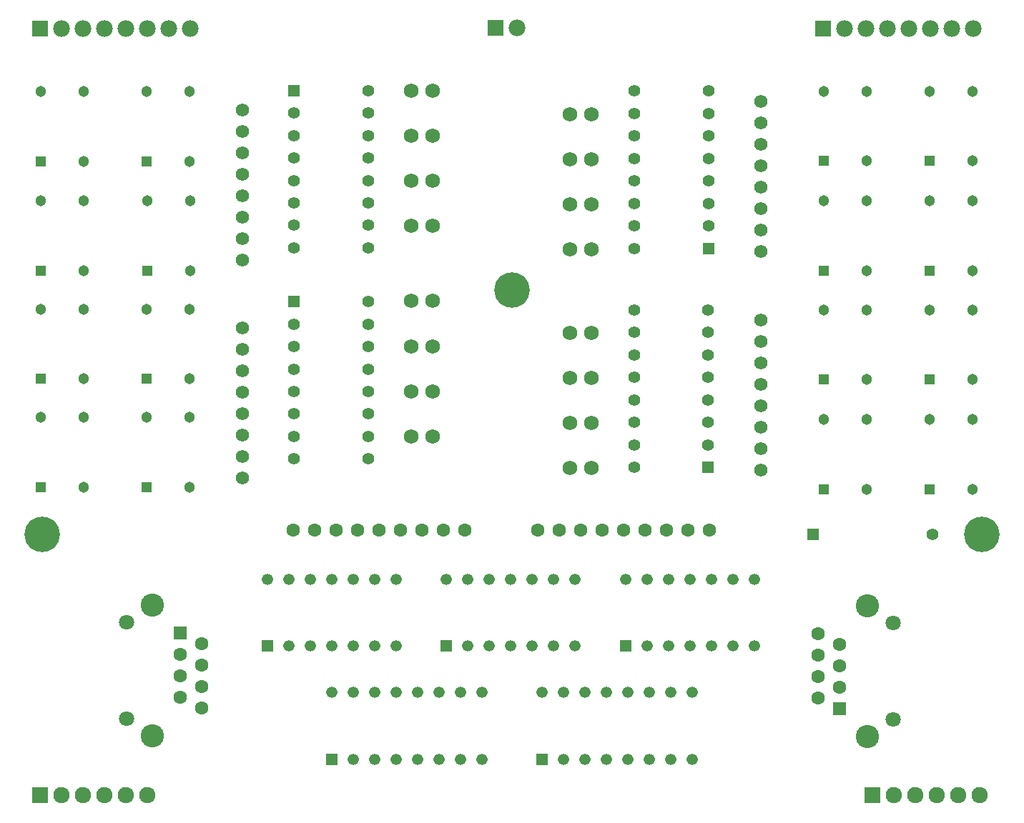
<source format=gbr>
G04*
G04 #@! TF.GenerationSoftware,Altium Limited,Altium Designer,23.7.1 (13)*
G04*
G04 Layer_Color=8388736*
%FSLAX44Y44*%
%MOMM*%
G71*
G04*
G04 #@! TF.SameCoordinates,993E3EBF-5B04-44D9-8844-29F8BC13507E*
G04*
G04*
G04 #@! TF.FilePolarity,Negative*
G04*
G01*
G75*
%ADD13C,1.3332*%
%ADD14R,1.3332X1.3332*%
%ADD15C,1.8032*%
%ADD16C,2.7532*%
%ADD17C,1.6032*%
%ADD18R,1.6032X1.6032*%
%ADD19C,4.2032*%
%ADD20C,1.5682*%
%ADD21R,1.4032X1.4032*%
%ADD22C,1.4032*%
%ADD23R,1.9282X1.9282*%
%ADD24C,1.9282*%
%ADD25C,1.7272*%
%ADD26R,1.3032X1.3032*%
%ADD27C,1.3032*%
%ADD28C,1.9812*%
%ADD29R,1.9812X1.9812*%
%ADD30C,1.6002*%
D13*
X899160Y419760D02*
D03*
X924560D02*
D03*
X949960D02*
D03*
X975360D02*
D03*
X1000760D02*
D03*
X1026160D02*
D03*
X1051560D02*
D03*
X1076960D02*
D03*
Y340360D02*
D03*
X1051560D02*
D03*
X1026160D02*
D03*
X1000760D02*
D03*
X975360D02*
D03*
X949960D02*
D03*
X924560D02*
D03*
X650240Y419760D02*
D03*
X675640D02*
D03*
X701040D02*
D03*
X726440D02*
D03*
X751840D02*
D03*
X777240D02*
D03*
X802640D02*
D03*
X828040D02*
D03*
Y340360D02*
D03*
X802640D02*
D03*
X777240D02*
D03*
X751840D02*
D03*
X726440D02*
D03*
X701040D02*
D03*
X675640D02*
D03*
X998596Y553838D02*
D03*
X1023996D02*
D03*
X1049396D02*
D03*
X1074796D02*
D03*
X1100196D02*
D03*
X1125596D02*
D03*
X1150996D02*
D03*
Y474438D02*
D03*
X1125596D02*
D03*
X1100196D02*
D03*
X1074796D02*
D03*
X1049396D02*
D03*
X1023996D02*
D03*
X786158Y553838D02*
D03*
X811558D02*
D03*
X836958D02*
D03*
X862358D02*
D03*
X887758D02*
D03*
X913158D02*
D03*
X938558D02*
D03*
Y474438D02*
D03*
X913158D02*
D03*
X887758D02*
D03*
X862358D02*
D03*
X836958D02*
D03*
X811558D02*
D03*
X573876Y553838D02*
D03*
X599276D02*
D03*
X624676D02*
D03*
X650076D02*
D03*
X675476D02*
D03*
X700876D02*
D03*
X726276D02*
D03*
Y474438D02*
D03*
X700876D02*
D03*
X675476D02*
D03*
X650076D02*
D03*
X624676D02*
D03*
X599276D02*
D03*
D14*
X899160Y340360D02*
D03*
X650240D02*
D03*
X998596Y474438D02*
D03*
X786158D02*
D03*
X573876D02*
D03*
D15*
X1315223Y501412D02*
D03*
Y387112D02*
D03*
X407059Y502458D02*
D03*
Y388158D02*
D03*
D16*
X1284722Y521762D02*
D03*
Y366762D02*
D03*
X437559Y522808D02*
D03*
Y367808D02*
D03*
D17*
X1226323Y488712D02*
D03*
X1251723Y476012D02*
D03*
X1226323Y463312D02*
D03*
X1251723Y450612D02*
D03*
X1226323Y437912D02*
D03*
X1251723Y425212D02*
D03*
X1226323Y412512D02*
D03*
X495959Y477058D02*
D03*
X470559Y464358D02*
D03*
X495959Y451658D02*
D03*
X470559Y438958D02*
D03*
X495959Y426258D02*
D03*
X470559Y413558D02*
D03*
X495959Y400858D02*
D03*
D18*
X1251723Y399812D02*
D03*
X470559Y489758D02*
D03*
D19*
X1419860Y607060D02*
D03*
X307340D02*
D03*
X863600Y896620D02*
D03*
D20*
X544196Y851455D02*
D03*
Y826055D02*
D03*
Y800655D02*
D03*
Y775255D02*
D03*
Y749855D02*
D03*
Y724455D02*
D03*
Y699055D02*
D03*
Y673655D02*
D03*
X1158240Y1120140D02*
D03*
Y1094740D02*
D03*
Y1069340D02*
D03*
Y1043940D02*
D03*
Y1018540D02*
D03*
Y993140D02*
D03*
Y967740D02*
D03*
Y942340D02*
D03*
Y861060D02*
D03*
Y835660D02*
D03*
Y810260D02*
D03*
Y784860D02*
D03*
Y759460D02*
D03*
Y734060D02*
D03*
Y708660D02*
D03*
Y683260D02*
D03*
X544301Y931465D02*
D03*
Y956865D02*
D03*
Y982265D02*
D03*
Y1007665D02*
D03*
Y1033065D02*
D03*
Y1058465D02*
D03*
Y1083865D02*
D03*
Y1109265D02*
D03*
D21*
X1220330Y607060D02*
D03*
X605519Y882694D02*
D03*
X1096302Y945668D02*
D03*
X1096059Y686280D02*
D03*
X605519Y1132866D02*
D03*
D22*
X1361330Y607060D02*
D03*
X605519Y856034D02*
D03*
Y829394D02*
D03*
Y802735D02*
D03*
Y776095D02*
D03*
Y749435D02*
D03*
Y722795D02*
D03*
Y696134D02*
D03*
X693520D02*
D03*
Y722795D02*
D03*
Y749435D02*
D03*
Y776095D02*
D03*
Y802735D02*
D03*
Y829394D02*
D03*
Y856034D02*
D03*
Y882694D02*
D03*
X1096302Y972328D02*
D03*
Y998968D02*
D03*
Y1025628D02*
D03*
Y1052268D02*
D03*
Y1078928D02*
D03*
Y1105568D02*
D03*
Y1132228D02*
D03*
X1008302D02*
D03*
Y1105568D02*
D03*
Y1078928D02*
D03*
Y1052268D02*
D03*
Y1025628D02*
D03*
Y998968D02*
D03*
Y972328D02*
D03*
Y945668D02*
D03*
X1096059Y712940D02*
D03*
Y739580D02*
D03*
Y766240D02*
D03*
Y792880D02*
D03*
Y819540D02*
D03*
Y846180D02*
D03*
Y872840D02*
D03*
X1008058D02*
D03*
Y846180D02*
D03*
Y819540D02*
D03*
Y792880D02*
D03*
Y766240D02*
D03*
Y739580D02*
D03*
Y712940D02*
D03*
Y686280D02*
D03*
X605519Y1106206D02*
D03*
Y1079566D02*
D03*
Y1052906D02*
D03*
Y1026266D02*
D03*
Y999606D02*
D03*
Y972966D02*
D03*
Y946306D02*
D03*
X693520D02*
D03*
Y972966D02*
D03*
Y999606D02*
D03*
Y1026266D02*
D03*
Y1052906D02*
D03*
Y1079566D02*
D03*
Y1106206D02*
D03*
Y1132866D02*
D03*
D23*
X304509Y297571D02*
D03*
X1290773Y297809D02*
D03*
D24*
X329909Y297571D02*
D03*
X355309D02*
D03*
X380709D02*
D03*
X406109D02*
D03*
X431509D02*
D03*
X1316173Y297809D02*
D03*
X1341573D02*
D03*
X1366973D02*
D03*
X1392373D02*
D03*
X1417773D02*
D03*
D25*
X957580Y685800D02*
D03*
X932180D02*
D03*
X957580Y739140D02*
D03*
X932180D02*
D03*
X957580Y792480D02*
D03*
X932180D02*
D03*
X957580Y845820D02*
D03*
X932180D02*
D03*
X957580Y1104900D02*
D03*
X932180D02*
D03*
X957580Y1051560D02*
D03*
X932180D02*
D03*
X957580Y998220D02*
D03*
X932180D02*
D03*
X957580Y944880D02*
D03*
X932180D02*
D03*
X744220Y883364D02*
D03*
X769620D02*
D03*
X744220Y829222D02*
D03*
X769620D02*
D03*
X744220Y776181D02*
D03*
X769620D02*
D03*
X744220Y722980D02*
D03*
X769620D02*
D03*
X744220Y972820D02*
D03*
X769620D02*
D03*
X744220Y1079500D02*
D03*
X769620D02*
D03*
X744220Y1026160D02*
D03*
X769620D02*
D03*
X744220Y1132840D02*
D03*
X769620D02*
D03*
D26*
X1357770Y660475D02*
D03*
X1232830D02*
D03*
Y790437D02*
D03*
X1357770Y790438D02*
D03*
Y919503D02*
D03*
Y1049311D02*
D03*
X1232830Y919503D02*
D03*
Y1049311D02*
D03*
X430670Y662785D02*
D03*
Y791055D02*
D03*
Y1048865D02*
D03*
X431572Y919325D02*
D03*
X305730Y662785D02*
D03*
Y791055D02*
D03*
Y919325D02*
D03*
Y1048865D02*
D03*
D27*
X1408770Y660475D02*
D03*
Y742975D02*
D03*
X1357770D02*
D03*
X1283830Y660475D02*
D03*
Y742975D02*
D03*
X1232830D02*
D03*
X1283830Y790437D02*
D03*
Y872937D02*
D03*
X1232830D02*
D03*
X1408770Y790438D02*
D03*
Y872937D02*
D03*
X1357770D02*
D03*
X1408770Y919503D02*
D03*
Y1002003D02*
D03*
X1357770D02*
D03*
X1408770Y1049311D02*
D03*
Y1131811D02*
D03*
X1357770D02*
D03*
X1283830Y919503D02*
D03*
Y1002003D02*
D03*
X1232830D02*
D03*
X1283830Y1049311D02*
D03*
Y1131811D02*
D03*
X1232830D02*
D03*
X481670Y662785D02*
D03*
Y745285D02*
D03*
X430670D02*
D03*
X481670Y791055D02*
D03*
Y873555D02*
D03*
X430670D02*
D03*
X481670Y1048865D02*
D03*
Y1131365D02*
D03*
X430670D02*
D03*
X482572Y919325D02*
D03*
Y1001825D02*
D03*
X431572D02*
D03*
X356730Y662785D02*
D03*
Y745285D02*
D03*
X305730D02*
D03*
X356730Y791055D02*
D03*
Y873555D02*
D03*
X305730D02*
D03*
X356730Y919325D02*
D03*
Y1001825D02*
D03*
X305730D02*
D03*
X356730Y1048865D02*
D03*
Y1131365D02*
D03*
X305730D02*
D03*
D28*
X869900Y1206915D02*
D03*
X1257300Y1206500D02*
D03*
X1282700D02*
D03*
X1308100D02*
D03*
X1333500D02*
D03*
X1358900D02*
D03*
X1384300D02*
D03*
X1409700D02*
D03*
X330200D02*
D03*
X355600D02*
D03*
X381000D02*
D03*
X406400D02*
D03*
X431800D02*
D03*
X457200D02*
D03*
X482600D02*
D03*
D29*
X844500Y1206915D02*
D03*
X1231900Y1206500D02*
D03*
X304800D02*
D03*
D30*
X1097280Y612140D02*
D03*
X1071880D02*
D03*
X1046480D02*
D03*
X1021080D02*
D03*
X995680D02*
D03*
X970280D02*
D03*
X944880D02*
D03*
X919480D02*
D03*
X894080D02*
D03*
X604520D02*
D03*
X629920D02*
D03*
X655320D02*
D03*
X680720D02*
D03*
X706120D02*
D03*
X731520D02*
D03*
X756920D02*
D03*
X782320D02*
D03*
X807720D02*
D03*
M02*

</source>
